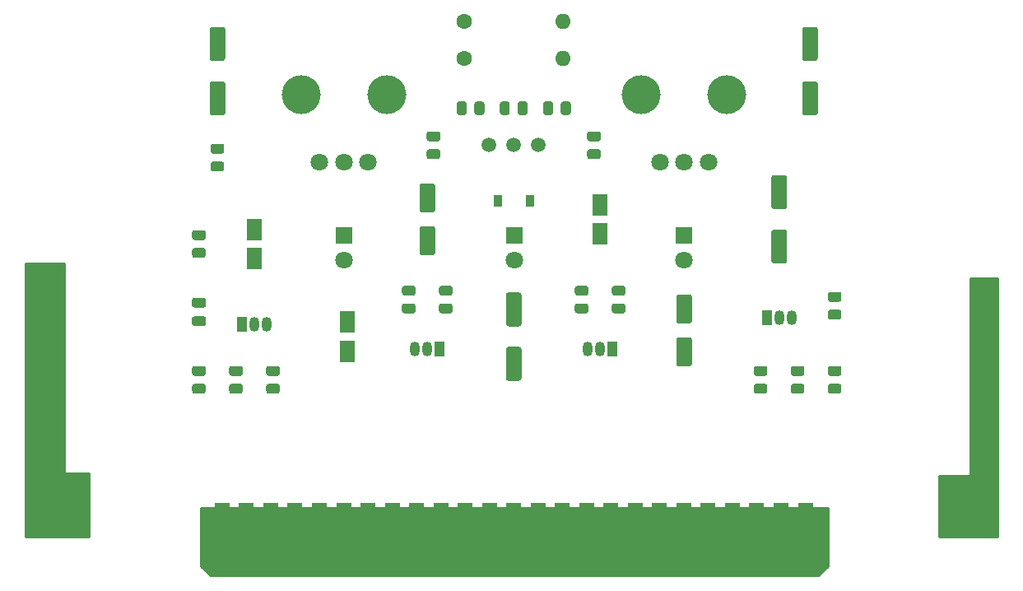
<source format=gbr>
G04 #@! TF.GenerationSoftware,KiCad,Pcbnew,(5.1.7)-1*
G04 #@! TF.CreationDate,2021-08-29T20:02:24-05:00*
G04 #@! TF.ProjectId,ConsolePedalShakeSMT,436f6e73-6f6c-4655-9065-64616c536861,rev?*
G04 #@! TF.SameCoordinates,Original*
G04 #@! TF.FileFunction,Soldermask,Top*
G04 #@! TF.FilePolarity,Negative*
%FSLAX46Y46*%
G04 Gerber Fmt 4.6, Leading zero omitted, Abs format (unit mm)*
G04 Created by KiCad (PCBNEW (5.1.7)-1) date 2021-08-29 20:02:24*
%MOMM*%
%LPD*%
G01*
G04 APERTURE LIST*
%ADD10C,1.500000*%
%ADD11R,1.800000X1.800000*%
%ADD12C,1.800000*%
%ADD13R,1.500000X7.000000*%
%ADD14C,5.000000*%
%ADD15C,1.600000*%
%ADD16O,1.600000X1.600000*%
%ADD17R,1.050000X1.500000*%
%ADD18O,1.050000X1.500000*%
%ADD19C,4.000000*%
%ADD20R,1.600000X2.200000*%
%ADD21R,0.900000X1.200000*%
%ADD22C,0.254000*%
%ADD23C,0.100000*%
G04 APERTURE END LIST*
D10*
G04 #@! TO.C,SW1*
X135255000Y-85725000D03*
X130175000Y-85725000D03*
X132715000Y-85725000D03*
G04 #@! TD*
D11*
G04 #@! TO.C,D1*
X115250000Y-95000000D03*
D12*
X115250000Y-97540000D03*
G04 #@! TD*
G04 #@! TO.C,D2*
X150250000Y-97540000D03*
D11*
X150250000Y-95000000D03*
G04 #@! TD*
D13*
G04 #@! TO.C,J1*
X102715000Y-126000000D03*
X105215000Y-126000000D03*
X107715000Y-126000000D03*
X110215000Y-126000000D03*
X112715000Y-126000000D03*
X115215000Y-126000000D03*
X117715000Y-126000000D03*
X120215000Y-126000000D03*
X122715000Y-126000000D03*
X125215000Y-126000000D03*
X127715000Y-126000000D03*
X130215000Y-126000000D03*
X132715000Y-126000000D03*
X135215000Y-126000000D03*
X137715000Y-126000000D03*
X140215000Y-126000000D03*
X142715000Y-126000000D03*
X145215000Y-126000000D03*
X147715000Y-126000000D03*
X150215000Y-126000000D03*
X152715000Y-126000000D03*
X155215000Y-126000000D03*
X157715000Y-126000000D03*
X160215000Y-126000000D03*
X162715000Y-126000000D03*
G04 #@! TD*
D14*
G04 #@! TO.C,H1*
X85350000Y-122600000D03*
G04 #@! TD*
G04 #@! TO.C,H2*
X180150000Y-122600000D03*
G04 #@! TD*
D15*
G04 #@! TO.C,R20*
X127635000Y-76835000D03*
D16*
X137795000Y-76835000D03*
G04 #@! TD*
D11*
G04 #@! TO.C,D3*
X132750000Y-95000000D03*
D12*
X132750000Y-97540000D03*
G04 #@! TD*
D17*
G04 #@! TO.C,Q1*
X125095000Y-106680000D03*
D18*
X122555000Y-106680000D03*
X123825000Y-106680000D03*
G04 #@! TD*
D17*
G04 #@! TO.C,Q2*
X104775000Y-104140000D03*
D18*
X107315000Y-104140000D03*
X106045000Y-104140000D03*
G04 #@! TD*
G04 #@! TO.C,Q3*
X141605000Y-106680000D03*
X140335000Y-106680000D03*
D17*
X142875000Y-106680000D03*
G04 #@! TD*
D18*
G04 #@! TO.C,Q4*
X160020000Y-103505000D03*
X161290000Y-103505000D03*
D17*
X158750000Y-103505000D03*
G04 #@! TD*
D15*
G04 #@! TO.C,R19*
X127635000Y-73025000D03*
D16*
X137795000Y-73025000D03*
G04 #@! TD*
D19*
G04 #@! TO.C,RV1*
X119650000Y-80500000D03*
X110850000Y-80500000D03*
D12*
X117750000Y-87500000D03*
X115250000Y-87500000D03*
X112750000Y-87500000D03*
G04 #@! TD*
G04 #@! TO.C,RV2*
X147750000Y-87500000D03*
X150250000Y-87500000D03*
X152750000Y-87500000D03*
D19*
X145850000Y-80500000D03*
X154650000Y-80500000D03*
G04 #@! TD*
G04 #@! TO.C,C1*
G36*
G01*
X133265000Y-104360000D02*
X132165000Y-104360000D01*
G75*
G02*
X131915000Y-104110000I0J250000D01*
G01*
X131915000Y-101110000D01*
G75*
G02*
X132165000Y-100860000I250000J0D01*
G01*
X133265000Y-100860000D01*
G75*
G02*
X133515000Y-101110000I0J-250000D01*
G01*
X133515000Y-104110000D01*
G75*
G02*
X133265000Y-104360000I-250000J0D01*
G01*
G37*
G36*
G01*
X133265000Y-109960000D02*
X132165000Y-109960000D01*
G75*
G02*
X131915000Y-109710000I0J250000D01*
G01*
X131915000Y-106710000D01*
G75*
G02*
X132165000Y-106460000I250000J0D01*
G01*
X133265000Y-106460000D01*
G75*
G02*
X133515000Y-106710000I0J-250000D01*
G01*
X133515000Y-109710000D01*
G75*
G02*
X133265000Y-109960000I-250000J0D01*
G01*
G37*
G04 #@! TD*
D20*
G04 #@! TO.C,C2*
X106045000Y-97385000D03*
X106045000Y-94385000D03*
G04 #@! TD*
G04 #@! TO.C,C3*
G36*
G01*
X160570000Y-92295000D02*
X159470000Y-92295000D01*
G75*
G02*
X159220000Y-92045000I0J250000D01*
G01*
X159220000Y-89045000D01*
G75*
G02*
X159470000Y-88795000I250000J0D01*
G01*
X160570000Y-88795000D01*
G75*
G02*
X160820000Y-89045000I0J-250000D01*
G01*
X160820000Y-92045000D01*
G75*
G02*
X160570000Y-92295000I-250000J0D01*
G01*
G37*
G36*
G01*
X160570000Y-97895000D02*
X159470000Y-97895000D01*
G75*
G02*
X159220000Y-97645000I0J250000D01*
G01*
X159220000Y-94645000D01*
G75*
G02*
X159470000Y-94395000I250000J0D01*
G01*
X160570000Y-94395000D01*
G75*
G02*
X160820000Y-94645000I0J-250000D01*
G01*
X160820000Y-97645000D01*
G75*
G02*
X160570000Y-97895000I-250000J0D01*
G01*
G37*
G04 #@! TD*
G04 #@! TO.C,C4*
X115570000Y-103910000D03*
X115570000Y-106910000D03*
G04 #@! TD*
G04 #@! TO.C,C5*
G36*
G01*
X99855000Y-101420000D02*
X100805000Y-101420000D01*
G75*
G02*
X101055000Y-101670000I0J-250000D01*
G01*
X101055000Y-102170000D01*
G75*
G02*
X100805000Y-102420000I-250000J0D01*
G01*
X99855000Y-102420000D01*
G75*
G02*
X99605000Y-102170000I0J250000D01*
G01*
X99605000Y-101670000D01*
G75*
G02*
X99855000Y-101420000I250000J0D01*
G01*
G37*
G36*
G01*
X99855000Y-103320000D02*
X100805000Y-103320000D01*
G75*
G02*
X101055000Y-103570000I0J-250000D01*
G01*
X101055000Y-104070000D01*
G75*
G02*
X100805000Y-104320000I-250000J0D01*
G01*
X99855000Y-104320000D01*
G75*
G02*
X99605000Y-104070000I0J250000D01*
G01*
X99605000Y-103570000D01*
G75*
G02*
X99855000Y-103320000I250000J0D01*
G01*
G37*
G04 #@! TD*
G04 #@! TO.C,C6*
G36*
G01*
X149700000Y-101075000D02*
X150800000Y-101075000D01*
G75*
G02*
X151050000Y-101325000I0J-250000D01*
G01*
X151050000Y-103825000D01*
G75*
G02*
X150800000Y-104075000I-250000J0D01*
G01*
X149700000Y-104075000D01*
G75*
G02*
X149450000Y-103825000I0J250000D01*
G01*
X149450000Y-101325000D01*
G75*
G02*
X149700000Y-101075000I250000J0D01*
G01*
G37*
G36*
G01*
X149700000Y-105475000D02*
X150800000Y-105475000D01*
G75*
G02*
X151050000Y-105725000I0J-250000D01*
G01*
X151050000Y-108225000D01*
G75*
G02*
X150800000Y-108475000I-250000J0D01*
G01*
X149700000Y-108475000D01*
G75*
G02*
X149450000Y-108225000I0J250000D01*
G01*
X149450000Y-105725000D01*
G75*
G02*
X149700000Y-105475000I250000J0D01*
G01*
G37*
G04 #@! TD*
G04 #@! TO.C,C7*
X141605000Y-94845000D03*
X141605000Y-91845000D03*
G04 #@! TD*
G04 #@! TO.C,C8*
G36*
G01*
X102785000Y-82655000D02*
X101685000Y-82655000D01*
G75*
G02*
X101435000Y-82405000I0J250000D01*
G01*
X101435000Y-79405000D01*
G75*
G02*
X101685000Y-79155000I250000J0D01*
G01*
X102785000Y-79155000D01*
G75*
G02*
X103035000Y-79405000I0J-250000D01*
G01*
X103035000Y-82405000D01*
G75*
G02*
X102785000Y-82655000I-250000J0D01*
G01*
G37*
G36*
G01*
X102785000Y-77055000D02*
X101685000Y-77055000D01*
G75*
G02*
X101435000Y-76805000I0J250000D01*
G01*
X101435000Y-73805000D01*
G75*
G02*
X101685000Y-73555000I250000J0D01*
G01*
X102785000Y-73555000D01*
G75*
G02*
X103035000Y-73805000I0J-250000D01*
G01*
X103035000Y-76805000D01*
G75*
G02*
X102785000Y-77055000I-250000J0D01*
G01*
G37*
G04 #@! TD*
G04 #@! TO.C,C9*
G36*
G01*
X124375000Y-92645000D02*
X123275000Y-92645000D01*
G75*
G02*
X123025000Y-92395000I0J250000D01*
G01*
X123025000Y-89895000D01*
G75*
G02*
X123275000Y-89645000I250000J0D01*
G01*
X124375000Y-89645000D01*
G75*
G02*
X124625000Y-89895000I0J-250000D01*
G01*
X124625000Y-92395000D01*
G75*
G02*
X124375000Y-92645000I-250000J0D01*
G01*
G37*
G36*
G01*
X124375000Y-97045000D02*
X123275000Y-97045000D01*
G75*
G02*
X123025000Y-96795000I0J250000D01*
G01*
X123025000Y-94295000D01*
G75*
G02*
X123275000Y-94045000I250000J0D01*
G01*
X124375000Y-94045000D01*
G75*
G02*
X124625000Y-94295000I0J-250000D01*
G01*
X124625000Y-96795000D01*
G75*
G02*
X124375000Y-97045000I-250000J0D01*
G01*
G37*
G04 #@! TD*
G04 #@! TO.C,C10*
G36*
G01*
X163745000Y-82655000D02*
X162645000Y-82655000D01*
G75*
G02*
X162395000Y-82405000I0J250000D01*
G01*
X162395000Y-79405000D01*
G75*
G02*
X162645000Y-79155000I250000J0D01*
G01*
X163745000Y-79155000D01*
G75*
G02*
X163995000Y-79405000I0J-250000D01*
G01*
X163995000Y-82405000D01*
G75*
G02*
X163745000Y-82655000I-250000J0D01*
G01*
G37*
G36*
G01*
X163745000Y-77055000D02*
X162645000Y-77055000D01*
G75*
G02*
X162395000Y-76805000I0J250000D01*
G01*
X162395000Y-73805000D01*
G75*
G02*
X162645000Y-73555000I250000J0D01*
G01*
X163745000Y-73555000D01*
G75*
G02*
X163995000Y-73805000I0J-250000D01*
G01*
X163995000Y-76805000D01*
G75*
G02*
X163745000Y-77055000I-250000J0D01*
G01*
G37*
G04 #@! TD*
D21*
G04 #@! TO.C,D4*
X134365000Y-91440000D03*
X131065000Y-91440000D03*
G04 #@! TD*
G04 #@! TO.C,R1*
G36*
G01*
X103689999Y-110255000D02*
X104590001Y-110255000D01*
G75*
G02*
X104840000Y-110504999I0J-249999D01*
G01*
X104840000Y-111030001D01*
G75*
G02*
X104590001Y-111280000I-249999J0D01*
G01*
X103689999Y-111280000D01*
G75*
G02*
X103440000Y-111030001I0J249999D01*
G01*
X103440000Y-110504999D01*
G75*
G02*
X103689999Y-110255000I249999J0D01*
G01*
G37*
G36*
G01*
X103689999Y-108430000D02*
X104590001Y-108430000D01*
G75*
G02*
X104840000Y-108679999I0J-249999D01*
G01*
X104840000Y-109205001D01*
G75*
G02*
X104590001Y-109455000I-249999J0D01*
G01*
X103689999Y-109455000D01*
G75*
G02*
X103440000Y-109205001I0J249999D01*
G01*
X103440000Y-108679999D01*
G75*
G02*
X103689999Y-108430000I249999J0D01*
G01*
G37*
G04 #@! TD*
G04 #@! TO.C,R2*
G36*
G01*
X108400001Y-111280000D02*
X107499999Y-111280000D01*
G75*
G02*
X107250000Y-111030001I0J249999D01*
G01*
X107250000Y-110504999D01*
G75*
G02*
X107499999Y-110255000I249999J0D01*
G01*
X108400001Y-110255000D01*
G75*
G02*
X108650000Y-110504999I0J-249999D01*
G01*
X108650000Y-111030001D01*
G75*
G02*
X108400001Y-111280000I-249999J0D01*
G01*
G37*
G36*
G01*
X108400001Y-109455000D02*
X107499999Y-109455000D01*
G75*
G02*
X107250000Y-109205001I0J249999D01*
G01*
X107250000Y-108679999D01*
G75*
G02*
X107499999Y-108430000I249999J0D01*
G01*
X108400001Y-108430000D01*
G75*
G02*
X108650000Y-108679999I0J-249999D01*
G01*
X108650000Y-109205001D01*
G75*
G02*
X108400001Y-109455000I-249999J0D01*
G01*
G37*
G04 #@! TD*
G04 #@! TO.C,R3*
G36*
G01*
X99879999Y-94460000D02*
X100780001Y-94460000D01*
G75*
G02*
X101030000Y-94709999I0J-249999D01*
G01*
X101030000Y-95235001D01*
G75*
G02*
X100780001Y-95485000I-249999J0D01*
G01*
X99879999Y-95485000D01*
G75*
G02*
X99630000Y-95235001I0J249999D01*
G01*
X99630000Y-94709999D01*
G75*
G02*
X99879999Y-94460000I249999J0D01*
G01*
G37*
G36*
G01*
X99879999Y-96285000D02*
X100780001Y-96285000D01*
G75*
G02*
X101030000Y-96534999I0J-249999D01*
G01*
X101030000Y-97060001D01*
G75*
G02*
X100780001Y-97310000I-249999J0D01*
G01*
X99879999Y-97310000D01*
G75*
G02*
X99630000Y-97060001I0J249999D01*
G01*
X99630000Y-96534999D01*
G75*
G02*
X99879999Y-96285000I249999J0D01*
G01*
G37*
G04 #@! TD*
G04 #@! TO.C,R4*
G36*
G01*
X121469999Y-102000000D02*
X122370001Y-102000000D01*
G75*
G02*
X122620000Y-102249999I0J-249999D01*
G01*
X122620000Y-102775001D01*
G75*
G02*
X122370001Y-103025000I-249999J0D01*
G01*
X121469999Y-103025000D01*
G75*
G02*
X121220000Y-102775001I0J249999D01*
G01*
X121220000Y-102249999D01*
G75*
G02*
X121469999Y-102000000I249999J0D01*
G01*
G37*
G36*
G01*
X121469999Y-100175000D02*
X122370001Y-100175000D01*
G75*
G02*
X122620000Y-100424999I0J-249999D01*
G01*
X122620000Y-100950001D01*
G75*
G02*
X122370001Y-101200000I-249999J0D01*
G01*
X121469999Y-101200000D01*
G75*
G02*
X121220000Y-100950001I0J249999D01*
G01*
X121220000Y-100424999D01*
G75*
G02*
X121469999Y-100175000I249999J0D01*
G01*
G37*
G04 #@! TD*
G04 #@! TO.C,R5*
G36*
G01*
X143059999Y-100175000D02*
X143960001Y-100175000D01*
G75*
G02*
X144210000Y-100424999I0J-249999D01*
G01*
X144210000Y-100950001D01*
G75*
G02*
X143960001Y-101200000I-249999J0D01*
G01*
X143059999Y-101200000D01*
G75*
G02*
X142810000Y-100950001I0J249999D01*
G01*
X142810000Y-100424999D01*
G75*
G02*
X143059999Y-100175000I249999J0D01*
G01*
G37*
G36*
G01*
X143059999Y-102000000D02*
X143960001Y-102000000D01*
G75*
G02*
X144210000Y-102249999I0J-249999D01*
G01*
X144210000Y-102775001D01*
G75*
G02*
X143960001Y-103025000I-249999J0D01*
G01*
X143059999Y-103025000D01*
G75*
G02*
X142810000Y-102775001I0J249999D01*
G01*
X142810000Y-102249999D01*
G75*
G02*
X143059999Y-102000000I249999J0D01*
G01*
G37*
G04 #@! TD*
G04 #@! TO.C,R6*
G36*
G01*
X140150001Y-101200000D02*
X139249999Y-101200000D01*
G75*
G02*
X139000000Y-100950001I0J249999D01*
G01*
X139000000Y-100424999D01*
G75*
G02*
X139249999Y-100175000I249999J0D01*
G01*
X140150001Y-100175000D01*
G75*
G02*
X140400000Y-100424999I0J-249999D01*
G01*
X140400000Y-100950001D01*
G75*
G02*
X140150001Y-101200000I-249999J0D01*
G01*
G37*
G36*
G01*
X140150001Y-103025000D02*
X139249999Y-103025000D01*
G75*
G02*
X139000000Y-102775001I0J249999D01*
G01*
X139000000Y-102249999D01*
G75*
G02*
X139249999Y-102000000I249999J0D01*
G01*
X140150001Y-102000000D01*
G75*
G02*
X140400000Y-102249999I0J-249999D01*
G01*
X140400000Y-102775001D01*
G75*
G02*
X140150001Y-103025000I-249999J0D01*
G01*
G37*
G04 #@! TD*
G04 #@! TO.C,R7*
G36*
G01*
X126180001Y-103025000D02*
X125279999Y-103025000D01*
G75*
G02*
X125030000Y-102775001I0J249999D01*
G01*
X125030000Y-102249999D01*
G75*
G02*
X125279999Y-102000000I249999J0D01*
G01*
X126180001Y-102000000D01*
G75*
G02*
X126430000Y-102249999I0J-249999D01*
G01*
X126430000Y-102775001D01*
G75*
G02*
X126180001Y-103025000I-249999J0D01*
G01*
G37*
G36*
G01*
X126180001Y-101200000D02*
X125279999Y-101200000D01*
G75*
G02*
X125030000Y-100950001I0J249999D01*
G01*
X125030000Y-100424999D01*
G75*
G02*
X125279999Y-100175000I249999J0D01*
G01*
X126180001Y-100175000D01*
G75*
G02*
X126430000Y-100424999I0J-249999D01*
G01*
X126430000Y-100950001D01*
G75*
G02*
X126180001Y-101200000I-249999J0D01*
G01*
G37*
G04 #@! TD*
G04 #@! TO.C,R8*
G36*
G01*
X162375001Y-109455000D02*
X161474999Y-109455000D01*
G75*
G02*
X161225000Y-109205001I0J249999D01*
G01*
X161225000Y-108679999D01*
G75*
G02*
X161474999Y-108430000I249999J0D01*
G01*
X162375001Y-108430000D01*
G75*
G02*
X162625000Y-108679999I0J-249999D01*
G01*
X162625000Y-109205001D01*
G75*
G02*
X162375001Y-109455000I-249999J0D01*
G01*
G37*
G36*
G01*
X162375001Y-111280000D02*
X161474999Y-111280000D01*
G75*
G02*
X161225000Y-111030001I0J249999D01*
G01*
X161225000Y-110504999D01*
G75*
G02*
X161474999Y-110255000I249999J0D01*
G01*
X162375001Y-110255000D01*
G75*
G02*
X162625000Y-110504999I0J-249999D01*
G01*
X162625000Y-111030001D01*
G75*
G02*
X162375001Y-111280000I-249999J0D01*
G01*
G37*
G04 #@! TD*
G04 #@! TO.C,R9*
G36*
G01*
X124910001Y-87150000D02*
X124009999Y-87150000D01*
G75*
G02*
X123760000Y-86900001I0J249999D01*
G01*
X123760000Y-86374999D01*
G75*
G02*
X124009999Y-86125000I249999J0D01*
G01*
X124910001Y-86125000D01*
G75*
G02*
X125160000Y-86374999I0J-249999D01*
G01*
X125160000Y-86900001D01*
G75*
G02*
X124910001Y-87150000I-249999J0D01*
G01*
G37*
G36*
G01*
X124910001Y-85325000D02*
X124009999Y-85325000D01*
G75*
G02*
X123760000Y-85075001I0J249999D01*
G01*
X123760000Y-84549999D01*
G75*
G02*
X124009999Y-84300000I249999J0D01*
G01*
X124910001Y-84300000D01*
G75*
G02*
X125160000Y-84549999I0J-249999D01*
G01*
X125160000Y-85075001D01*
G75*
G02*
X124910001Y-85325000I-249999J0D01*
G01*
G37*
G04 #@! TD*
G04 #@! TO.C,R10*
G36*
G01*
X133115000Y-82365001D02*
X133115000Y-81464999D01*
G75*
G02*
X133364999Y-81215000I249999J0D01*
G01*
X133890001Y-81215000D01*
G75*
G02*
X134140000Y-81464999I0J-249999D01*
G01*
X134140000Y-82365001D01*
G75*
G02*
X133890001Y-82615000I-249999J0D01*
G01*
X133364999Y-82615000D01*
G75*
G02*
X133115000Y-82365001I0J249999D01*
G01*
G37*
G36*
G01*
X131290000Y-82365001D02*
X131290000Y-81464999D01*
G75*
G02*
X131539999Y-81215000I249999J0D01*
G01*
X132065001Y-81215000D01*
G75*
G02*
X132315000Y-81464999I0J-249999D01*
G01*
X132315000Y-82365001D01*
G75*
G02*
X132065001Y-82615000I-249999J0D01*
G01*
X131539999Y-82615000D01*
G75*
G02*
X131290000Y-82365001I0J249999D01*
G01*
G37*
G04 #@! TD*
G04 #@! TO.C,R11*
G36*
G01*
X127870000Y-81464999D02*
X127870000Y-82365001D01*
G75*
G02*
X127620001Y-82615000I-249999J0D01*
G01*
X127094999Y-82615000D01*
G75*
G02*
X126845000Y-82365001I0J249999D01*
G01*
X126845000Y-81464999D01*
G75*
G02*
X127094999Y-81215000I249999J0D01*
G01*
X127620001Y-81215000D01*
G75*
G02*
X127870000Y-81464999I0J-249999D01*
G01*
G37*
G36*
G01*
X129695000Y-81464999D02*
X129695000Y-82365001D01*
G75*
G02*
X129445001Y-82615000I-249999J0D01*
G01*
X128919999Y-82615000D01*
G75*
G02*
X128670000Y-82365001I0J249999D01*
G01*
X128670000Y-81464999D01*
G75*
G02*
X128919999Y-81215000I249999J0D01*
G01*
X129445001Y-81215000D01*
G75*
G02*
X129695000Y-81464999I0J-249999D01*
G01*
G37*
G04 #@! TD*
G04 #@! TO.C,R12*
G36*
G01*
X101784999Y-85570000D02*
X102685001Y-85570000D01*
G75*
G02*
X102935000Y-85819999I0J-249999D01*
G01*
X102935000Y-86345001D01*
G75*
G02*
X102685001Y-86595000I-249999J0D01*
G01*
X101784999Y-86595000D01*
G75*
G02*
X101535000Y-86345001I0J249999D01*
G01*
X101535000Y-85819999D01*
G75*
G02*
X101784999Y-85570000I249999J0D01*
G01*
G37*
G36*
G01*
X101784999Y-87395000D02*
X102685001Y-87395000D01*
G75*
G02*
X102935000Y-87644999I0J-249999D01*
G01*
X102935000Y-88170001D01*
G75*
G02*
X102685001Y-88420000I-249999J0D01*
G01*
X101784999Y-88420000D01*
G75*
G02*
X101535000Y-88170001I0J249999D01*
G01*
X101535000Y-87644999D01*
G75*
G02*
X101784999Y-87395000I249999J0D01*
G01*
G37*
G04 #@! TD*
G04 #@! TO.C,R13*
G36*
G01*
X140519999Y-86125000D02*
X141420001Y-86125000D01*
G75*
G02*
X141670000Y-86374999I0J-249999D01*
G01*
X141670000Y-86900001D01*
G75*
G02*
X141420001Y-87150000I-249999J0D01*
G01*
X140519999Y-87150000D01*
G75*
G02*
X140270000Y-86900001I0J249999D01*
G01*
X140270000Y-86374999D01*
G75*
G02*
X140519999Y-86125000I249999J0D01*
G01*
G37*
G36*
G01*
X140519999Y-84300000D02*
X141420001Y-84300000D01*
G75*
G02*
X141670000Y-84549999I0J-249999D01*
G01*
X141670000Y-85075001D01*
G75*
G02*
X141420001Y-85325000I-249999J0D01*
G01*
X140519999Y-85325000D01*
G75*
G02*
X140270000Y-85075001I0J249999D01*
G01*
X140270000Y-84549999D01*
G75*
G02*
X140519999Y-84300000I249999J0D01*
G01*
G37*
G04 #@! TD*
G04 #@! TO.C,R14*
G36*
G01*
X135735000Y-82365001D02*
X135735000Y-81464999D01*
G75*
G02*
X135984999Y-81215000I249999J0D01*
G01*
X136510001Y-81215000D01*
G75*
G02*
X136760000Y-81464999I0J-249999D01*
G01*
X136760000Y-82365001D01*
G75*
G02*
X136510001Y-82615000I-249999J0D01*
G01*
X135984999Y-82615000D01*
G75*
G02*
X135735000Y-82365001I0J249999D01*
G01*
G37*
G36*
G01*
X137560000Y-82365001D02*
X137560000Y-81464999D01*
G75*
G02*
X137809999Y-81215000I249999J0D01*
G01*
X138335001Y-81215000D01*
G75*
G02*
X138585000Y-81464999I0J-249999D01*
G01*
X138585000Y-82365001D01*
G75*
G02*
X138335001Y-82615000I-249999J0D01*
G01*
X137809999Y-82615000D01*
G75*
G02*
X137560000Y-82365001I0J249999D01*
G01*
G37*
G04 #@! TD*
G04 #@! TO.C,R15*
G36*
G01*
X165284999Y-102635000D02*
X166185001Y-102635000D01*
G75*
G02*
X166435000Y-102884999I0J-249999D01*
G01*
X166435000Y-103410001D01*
G75*
G02*
X166185001Y-103660000I-249999J0D01*
G01*
X165284999Y-103660000D01*
G75*
G02*
X165035000Y-103410001I0J249999D01*
G01*
X165035000Y-102884999D01*
G75*
G02*
X165284999Y-102635000I249999J0D01*
G01*
G37*
G36*
G01*
X165284999Y-100810000D02*
X166185001Y-100810000D01*
G75*
G02*
X166435000Y-101059999I0J-249999D01*
G01*
X166435000Y-101585001D01*
G75*
G02*
X166185001Y-101835000I-249999J0D01*
G01*
X165284999Y-101835000D01*
G75*
G02*
X165035000Y-101585001I0J249999D01*
G01*
X165035000Y-101059999D01*
G75*
G02*
X165284999Y-100810000I249999J0D01*
G01*
G37*
G04 #@! TD*
G04 #@! TO.C,R16*
G36*
G01*
X165284999Y-108430000D02*
X166185001Y-108430000D01*
G75*
G02*
X166435000Y-108679999I0J-249999D01*
G01*
X166435000Y-109205001D01*
G75*
G02*
X166185001Y-109455000I-249999J0D01*
G01*
X165284999Y-109455000D01*
G75*
G02*
X165035000Y-109205001I0J249999D01*
G01*
X165035000Y-108679999D01*
G75*
G02*
X165284999Y-108430000I249999J0D01*
G01*
G37*
G36*
G01*
X165284999Y-110255000D02*
X166185001Y-110255000D01*
G75*
G02*
X166435000Y-110504999I0J-249999D01*
G01*
X166435000Y-111030001D01*
G75*
G02*
X166185001Y-111280000I-249999J0D01*
G01*
X165284999Y-111280000D01*
G75*
G02*
X165035000Y-111030001I0J249999D01*
G01*
X165035000Y-110504999D01*
G75*
G02*
X165284999Y-110255000I249999J0D01*
G01*
G37*
G04 #@! TD*
G04 #@! TO.C,R17*
G36*
G01*
X158565001Y-111280000D02*
X157664999Y-111280000D01*
G75*
G02*
X157415000Y-111030001I0J249999D01*
G01*
X157415000Y-110504999D01*
G75*
G02*
X157664999Y-110255000I249999J0D01*
G01*
X158565001Y-110255000D01*
G75*
G02*
X158815000Y-110504999I0J-249999D01*
G01*
X158815000Y-111030001D01*
G75*
G02*
X158565001Y-111280000I-249999J0D01*
G01*
G37*
G36*
G01*
X158565001Y-109455000D02*
X157664999Y-109455000D01*
G75*
G02*
X157415000Y-109205001I0J249999D01*
G01*
X157415000Y-108679999D01*
G75*
G02*
X157664999Y-108430000I249999J0D01*
G01*
X158565001Y-108430000D01*
G75*
G02*
X158815000Y-108679999I0J-249999D01*
G01*
X158815000Y-109205001D01*
G75*
G02*
X158565001Y-109455000I-249999J0D01*
G01*
G37*
G04 #@! TD*
G04 #@! TO.C,R18*
G36*
G01*
X99879999Y-110255000D02*
X100780001Y-110255000D01*
G75*
G02*
X101030000Y-110504999I0J-249999D01*
G01*
X101030000Y-111030001D01*
G75*
G02*
X100780001Y-111280000I-249999J0D01*
G01*
X99879999Y-111280000D01*
G75*
G02*
X99630000Y-111030001I0J249999D01*
G01*
X99630000Y-110504999D01*
G75*
G02*
X99879999Y-110255000I249999J0D01*
G01*
G37*
G36*
G01*
X99879999Y-108430000D02*
X100780001Y-108430000D01*
G75*
G02*
X101030000Y-108679999I0J-249999D01*
G01*
X101030000Y-109205001D01*
G75*
G02*
X100780001Y-109455000I-249999J0D01*
G01*
X99879999Y-109455000D01*
G75*
G02*
X99630000Y-109205001I0J249999D01*
G01*
X99630000Y-108679999D01*
G75*
G02*
X99879999Y-108430000I249999J0D01*
G01*
G37*
G04 #@! TD*
D22*
X165000000Y-129000000D02*
X164000000Y-130000000D01*
X101500000Y-130000000D01*
X100500000Y-129000000D01*
X100500000Y-123063000D01*
X165000000Y-123063000D01*
X165000000Y-129000000D01*
D23*
G36*
X165000000Y-129000000D02*
G01*
X164000000Y-130000000D01*
X101500000Y-130000000D01*
X100500000Y-129000000D01*
X100500000Y-123063000D01*
X165000000Y-123063000D01*
X165000000Y-129000000D01*
G37*
D22*
X86487000Y-119380000D02*
X86489440Y-119404776D01*
X86496667Y-119428601D01*
X86508403Y-119450557D01*
X86524197Y-119469803D01*
X86543443Y-119485597D01*
X86565399Y-119497333D01*
X86589224Y-119504560D01*
X86614000Y-119507000D01*
X89000000Y-119507000D01*
X89000000Y-126000000D01*
X82500000Y-126000000D01*
X82500000Y-97917000D01*
X86487000Y-97917000D01*
X86487000Y-119380000D01*
D23*
G36*
X86487000Y-119380000D02*
G01*
X86489440Y-119404776D01*
X86496667Y-119428601D01*
X86508403Y-119450557D01*
X86524197Y-119469803D01*
X86543443Y-119485597D01*
X86565399Y-119497333D01*
X86589224Y-119504560D01*
X86614000Y-119507000D01*
X89000000Y-119507000D01*
X89000000Y-126000000D01*
X82500000Y-126000000D01*
X82500000Y-97917000D01*
X86487000Y-97917000D01*
X86487000Y-119380000D01*
G37*
D22*
X182499000Y-126000000D02*
X176500000Y-126000000D01*
X176500000Y-119761000D01*
X179578000Y-119761000D01*
X179602776Y-119758560D01*
X179626601Y-119751333D01*
X179648557Y-119739597D01*
X179667803Y-119723803D01*
X179683597Y-119704557D01*
X179695333Y-119682601D01*
X179702560Y-119658776D01*
X179705000Y-119634000D01*
X179705000Y-99441000D01*
X182499000Y-99441000D01*
X182499000Y-126000000D01*
D23*
G36*
X182499000Y-126000000D02*
G01*
X176500000Y-126000000D01*
X176500000Y-119761000D01*
X179578000Y-119761000D01*
X179602776Y-119758560D01*
X179626601Y-119751333D01*
X179648557Y-119739597D01*
X179667803Y-119723803D01*
X179683597Y-119704557D01*
X179695333Y-119682601D01*
X179702560Y-119658776D01*
X179705000Y-119634000D01*
X179705000Y-99441000D01*
X182499000Y-99441000D01*
X182499000Y-126000000D01*
G37*
M02*

</source>
